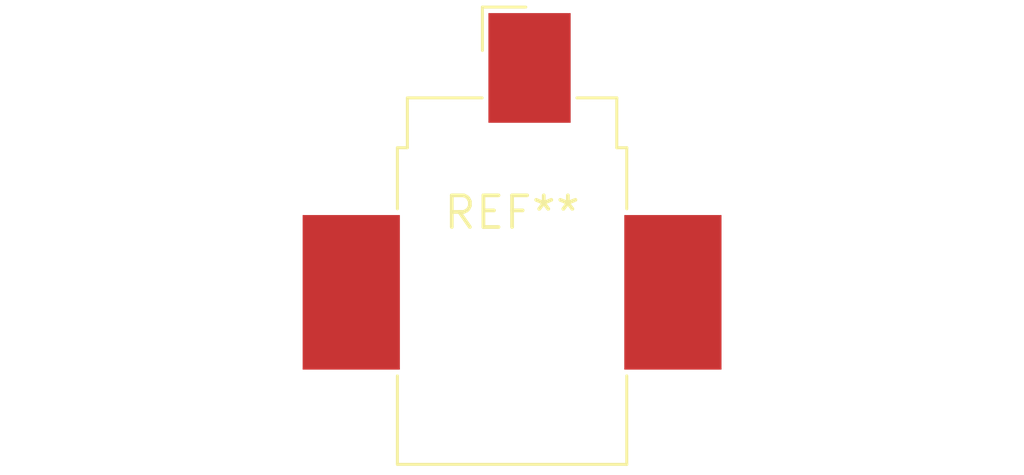
<source format=kicad_pcb>
(kicad_pcb (version 20240108) (generator pcbnew)
  (layers (0 "F.Cu" signal) (31 "B.Cu" signal) (34 "B.Paste" user) (35 "F.Paste" user) (36 "B.SilkS" user "B.Silkscreen") (37 "F.SilkS" user "F.Silkscreen") (38 "B.Mask" user) (39 "F.Mask" user) (44 "Edge.Cuts" user))
  (net 0 "")
  (footprint "BarrelJack_CUI_PJ-036AH-SMT_Horizontal" (layer "F.Cu") (at 0 0)
    (property "Reference" "REF**")
    (property "Value" "BarrelJack_CUI_PJ-036AH-SMT_Horizontal")
    (fp_line (start -4.6 -2.6) (end -4.2 -2.6) (layer "F.SilkS") (stroke (width 0.12)))
    (fp_line (start -4.6 -0.15) (end -4.6 -2.6) (layer "F.SilkS") (stroke (width 0.12)))
    (fp_line (start -4.6 10.1) (end -4.6 6.55) (layer "F.SilkS") (stroke (width 0.12)))
    (fp_line (start -4.2 -4.6) (end -1.2 -4.6) (layer "F.SilkS") (stroke (width 0.12)))
    (fp_line (start -4.2 -2.6) (end -4.2 -4.6) (layer "F.SilkS") (stroke (width 0.12)))
    (fp_line (start -1.19 -8.24) (end 0.55 -8.24) (layer "F.SilkS") (stroke (width 0.12)))
    (fp_line (start -1.19 -6.5) (end -1.19 -8.24) (layer "F.SilkS") (stroke (width 0.12)))
    (fp_line (start 2.6 -4.6) (end 4.2 -4.6) (layer "F.SilkS") (stroke (width 0.12)))
    (fp_line (start 4.2 -4.6) (end 4.2 -2.6) (layer "F.SilkS") (stroke (width 0.12)))
    (fp_line (start 4.2 -2.6) (end 4.6 -2.6) (layer "F.SilkS") (stroke (width 0.12)))
    (fp_line (start 4.6 -2.6) (end 4.6 -0.15) (layer "F.SilkS") (stroke (width 0.12)))
    (fp_line (start 4.6 6.55) (end 4.6 10.1) (layer "F.SilkS") (stroke (width 0.12)))
    (fp_line (start 4.6 10.1) (end -4.6 10.1) (layer "F.SilkS") (stroke (width 0.12)))
    (pad "" np_thru_hole circle (at 0 7) (size 2 2) (drill 2) (layers *.Cu *.Mask))
    (pad "1" smd rect (at 0.7 -5.8) (size 3.3 4.4) (layers "F.Cu" "F.Paste" "F.Mask"))
    (pad "2" smd rect (at -6.45 3.2) (size 3.9 6.2) (layers "F.Cu" "F.Paste" "F.Mask"))
    (pad "3" smd rect (at 6.45 3.2) (size 3.9 6.2) (layers "F.Cu" "F.Paste" "F.Mask"))
  )
)
</source>
